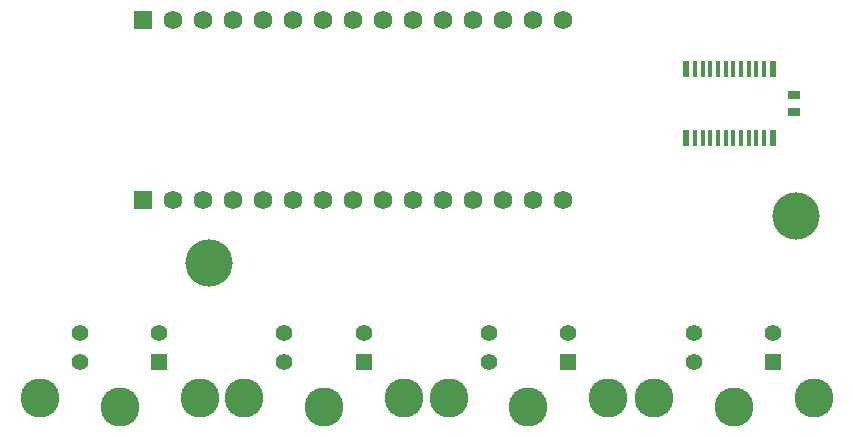
<source format=gbr>
%TF.GenerationSoftware,Altium Limited,Altium Designer,25.6.2 (33)*%
G04 Layer_Color=255*
%FSLAX45Y45*%
%MOMM*%
%TF.SameCoordinates,85768DE1-254B-4F2A-BBB9-FB77CA5A1332*%
%TF.FilePolarity,Positive*%
%TF.FileFunction,Pads,Top*%
%TF.Part,Single*%
G01*
G75*
%TA.AperFunction,SMDPad,CuDef*%
%ADD10R,1.00000X0.80000*%
%ADD11R,0.60000X1.35000*%
%ADD12R,0.40000X1.35000*%
%TA.AperFunction,ComponentPad*%
%ADD14C,1.59000*%
%TA.AperFunction,ViaPad*%
%ADD15C,4.00000*%
%TA.AperFunction,ComponentPad*%
%ADD16C,1.39800*%
%ADD17C,3.30600*%
%ADD18R,1.59000X1.59000*%
%ADD19R,1.39800X1.39800*%
D10*
X6580000Y2925000D02*
D03*
Y2775000D02*
D03*
D11*
X5665300Y3142219D02*
D03*
X6400300D02*
D03*
X5665300Y2557221D02*
D03*
X6400300D02*
D03*
D12*
X5805300D02*
D03*
X5870300D02*
D03*
X5935300D02*
D03*
X6000300D02*
D03*
X6065300D02*
D03*
X6130300D02*
D03*
X6195300D02*
D03*
X6260300D02*
D03*
X6325300D02*
D03*
Y3142219D02*
D03*
X6260300D02*
D03*
X6195300D02*
D03*
X6130300D02*
D03*
X6065300D02*
D03*
X6000300D02*
D03*
X5935300D02*
D03*
X5805300D02*
D03*
X5740300D02*
D03*
Y2557221D02*
D03*
X5870300Y3142219D02*
D03*
D14*
X1828800Y3556000D02*
D03*
X3606800Y2032000D02*
D03*
X1828800D02*
D03*
X1320800Y3556000D02*
D03*
X2844800Y2032000D02*
D03*
X2590800D02*
D03*
X1320800D02*
D03*
X1574800D02*
D03*
X2336800D02*
D03*
X3098800D02*
D03*
X3860800D02*
D03*
X4114800D02*
D03*
X4368800D02*
D03*
X4622800D02*
D03*
X2082800D02*
D03*
X3352800D02*
D03*
X4622800Y3556000D02*
D03*
X4368800D02*
D03*
X4114800D02*
D03*
X3860800D02*
D03*
X3606800D02*
D03*
X3352800D02*
D03*
X3098800D02*
D03*
X2844800D02*
D03*
X2590800D02*
D03*
X2336800D02*
D03*
X2082800D02*
D03*
X1574800D02*
D03*
D15*
X6600000Y1900000D02*
D03*
X1630000Y1500000D02*
D03*
D16*
X4665000Y909000D02*
D03*
X6405000D02*
D03*
X3995000D02*
D03*
X5735000Y660000D02*
D03*
X3995000D02*
D03*
X2265000D02*
D03*
X535000D02*
D03*
X1205000Y909000D02*
D03*
X5735000D02*
D03*
X535000D02*
D03*
X2935000D02*
D03*
X2265000D02*
D03*
D17*
X6746000Y360000D02*
D03*
X5394000D02*
D03*
X6070000Y279000D02*
D03*
X4330000D02*
D03*
X3654000Y360000D02*
D03*
X5006000D02*
D03*
X3276000D02*
D03*
X1924000D02*
D03*
X2600000Y279000D02*
D03*
X870000D02*
D03*
X194000Y360000D02*
D03*
X1546000D02*
D03*
D18*
X1066800Y2032000D02*
D03*
Y3556000D02*
D03*
D19*
X1205000Y660000D02*
D03*
X2935000D02*
D03*
X4665000D02*
D03*
X6405000D02*
D03*
%TF.MD5,acc9b5928dfc739b3f5375ac5daa8ab4*%
M02*

</source>
